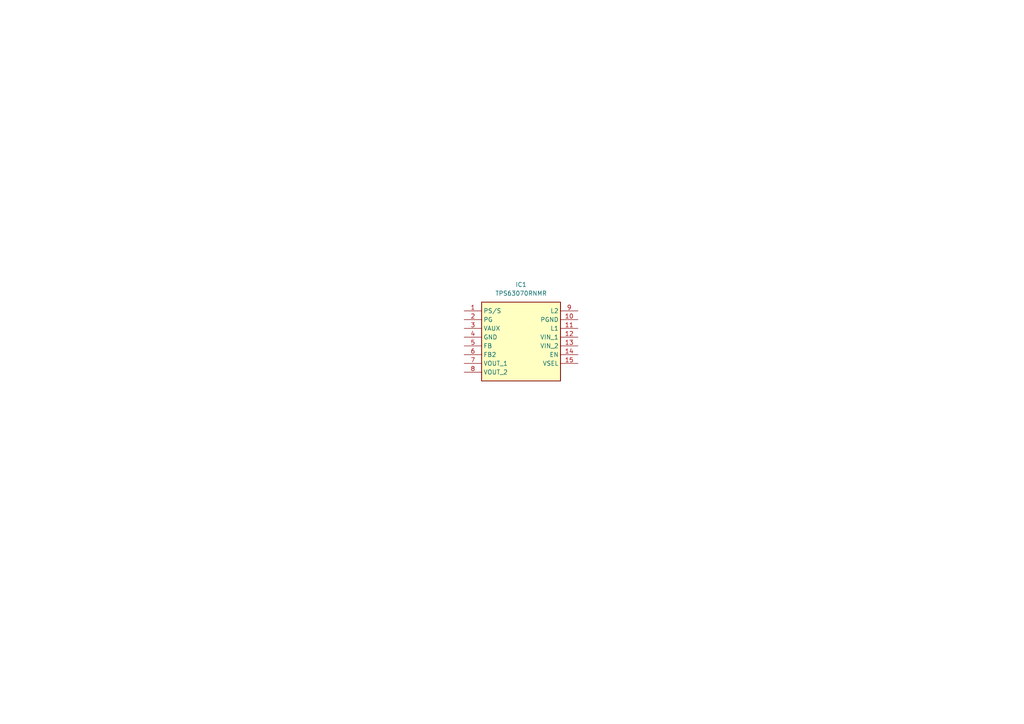
<source format=kicad_sch>
(kicad_sch (version 20250114) (generator "eeschema") (generator_version "9.0")
  (paper "A4")
  (lib_symbols
    (symbol "TPS63070RNMR:TPS63070RNMR"
      (property "Reference" "IC" (at 29.21 7.62 0))
      (property "Value" "TPS63070RNMR" (at 29.21 5.08 0))
      (symbol "TPS63070RNMR_1_1"
        (rectangle (start 5.08 2.54) (end 27.94 -20.32) (stroke (width 0.254)) (fill (type background)))
        (pin passive line (at 0 0 0) (length 5.08) (name "PS/S") (number "1"))
        (pin passive line (at 0 -2.54 0) (length 5.08) (name "PG") (number "2"))
        (pin passive line (at 0 -5.08 0) (length 5.08) (name "VAUX") (number "3"))
        (pin passive line (at 0 -7.62 0) (length 5.08) (name "GND") (number "4"))
        (pin passive line (at 0 -10.16 0) (length 5.08) (name "FB") (number "5"))
        (pin passive line (at 0 -12.7 0) (length 5.08) (name "FB2") (number "6"))
        (pin passive line (at 0 -15.24 0) (length 5.08) (name "VOUT_1") (number "7"))
        (pin passive line (at 0 -17.78 0) (length 5.08) (name "VOUT_2") (number "8"))
        (pin passive line (at 33.02 0 180) (length 5.08) (name "L2") (number "9"))
        (pin passive line (at 33.02 -2.54 180) (length 5.08) (name "PGND") (number "10"))
        (pin passive line (at 33.02 -5.08 180) (length 5.08) (name "L1") (number "11"))
        (pin passive line (at 33.02 -7.62 180) (length 5.08) (name "VIN_1") (number "12"))
        (pin passive line (at 33.02 -10.16 180) (length 5.08) (name "VIN_2") (number "13"))
        (pin passive line (at 33.02 -12.7 180) (length 5.08) (name "EN") (number "14"))
        (pin passive line (at 33.02 -15.24 180) (length 5.08) (name "VSEL") (number "15"))
      )
    )
  )
  (symbol (lib_id "TPS63070RNMR:TPS63070RNMR") (at 134.62 90.17 0) (unit 1)
    (property "Reference" "IC1" (at 151.13 82.55 0))
    (property "Value" "TPS63070RNMR" (at 151.13 85.09 0))
    (property "Footprint" "TPS630701RNMR" (effects (hide yes)))
    (property "Datasheet" "http://www.ti.com/lit/gpn/tps63070" (effects (hide yes)))
    (property "Description" "Wide Input Voltage (2V-16V) Buck-Boost Converter" (effects (hide yes)))
    (property "Mouser Part Number" "595-TPS63070RNMR" (effects (hide yes)))
    (property "Mouser Price/Stock" "https://www.mouser.co.uk/ProductDetail/Texas-Instruments/TPS63070RNMR?qs=LuYMPh7GGMS51GHntBDRnQ%3D%3D" (effects (hide yes)))
    (property "Manufacturer_Name" "Texas Instruments" (effects (hide yes)))
    (property "Manufacturer_Part_Number" "TPS63070RNMR" (effects (hide yes)))
  )
)
</source>
